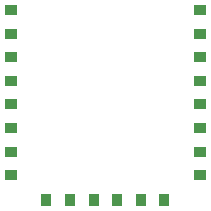
<source format=gtp>
%FSLAX33Y33*%
%MOMM*%
%ADD10R,1.X0.9*%
%ADD11R,0.9X1.*%
D10*
%LNtop paste_traces*%
%LNtop paste component 3134cdede5e0ff57*%
G01*
X6000Y29024D03*
X6000Y27024D03*
X6000Y25024D03*
X6000Y23024D03*
X6000Y21024D03*
X6000Y19024D03*
X6000Y17024D03*
X6000Y15024D03*
X22000Y15024D03*
X22000Y17024D03*
X22000Y19024D03*
X22000Y21024D03*
X22000Y23024D03*
X22000Y25024D03*
X22000Y27024D03*
X22000Y29024D03*
D11*
X9000Y12924D03*
X11000Y12924D03*
X13000Y12924D03*
X15000Y12924D03*
X17000Y12924D03*
X19000Y12924D03*
M02*
</source>
